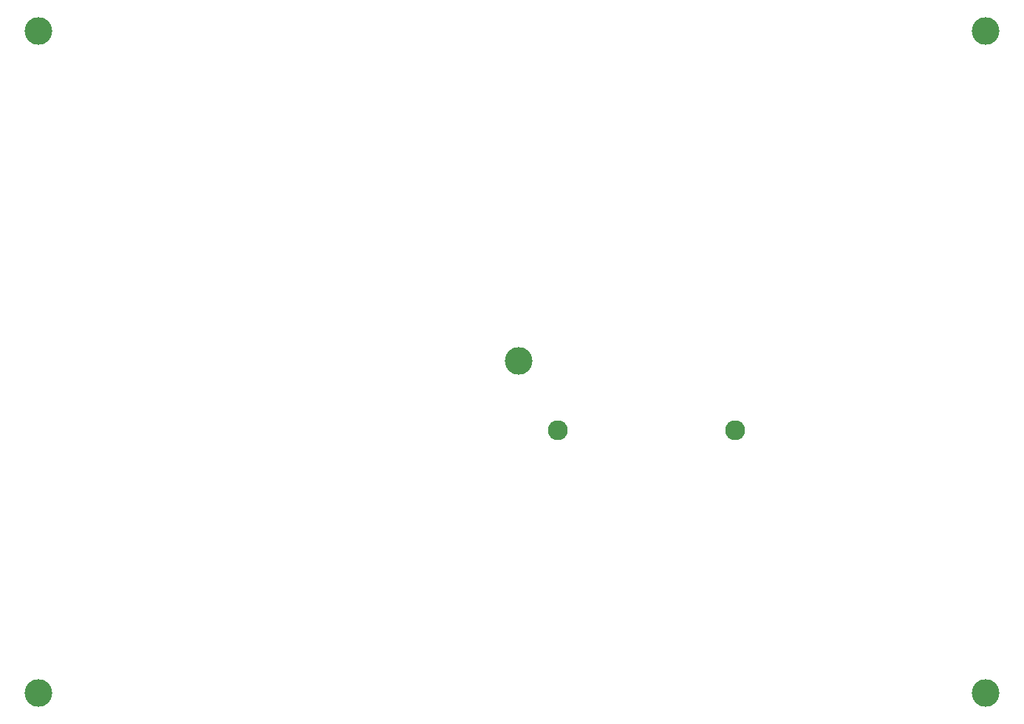
<source format=gbr>
%TF.GenerationSoftware,Novarm,DipTrace,3.3.0.1*%
%TF.CreationDate,2018-11-14T10:20:21-08:00*%
%FSLAX26Y26*%
%MOIN*%
%TF.FileFunction,NonPlated,1,2,NPTH,Drill*%
%TF.Part,Single*%
%TA.AperFunction,MechanicalDrill*%
%ADD63C,0.125*%
%ADD64C,0.09*%
G75*
G01*
D63*
X573700Y3538700D3*
X2741200Y2049949D3*
X573700Y548700D3*
X4848700D3*
Y3538700D3*
D64*
X2916200Y1734949D3*
X3716200D3*
M02*

</source>
